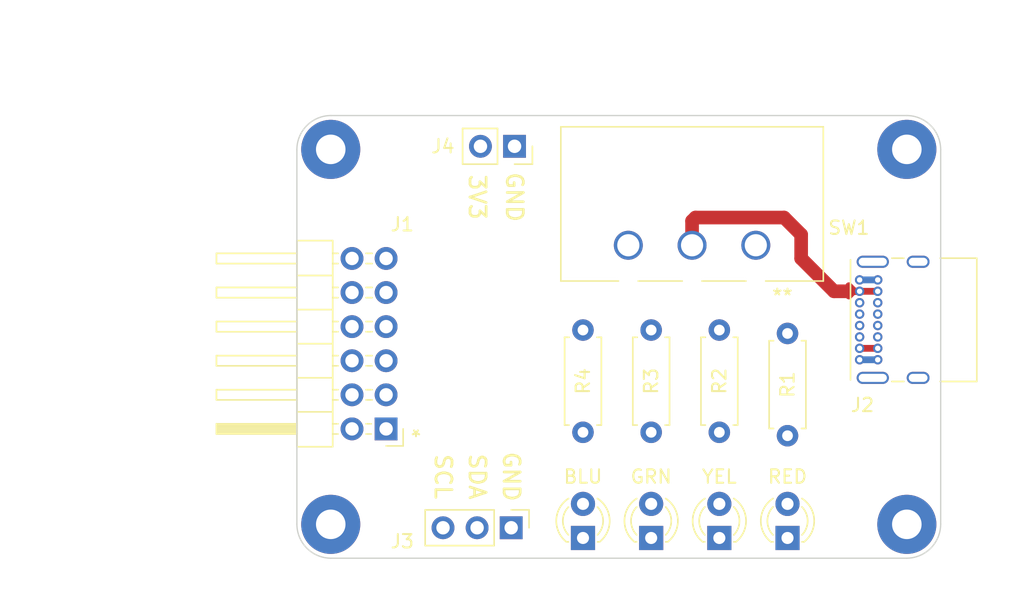
<source format=kicad_pcb>
(kicad_pcb (version 20211014) (generator pcbnew)
  (layers (0 "F.Cu" signal) (31 "B.Cu" signal) (34 "B.Paste" user) (35 "F.Paste" user) (36 "B.SilkS" user "B.Silkscreen") (37 "F.SilkS" user "F.Silkscreen") (38 "B.Mask" user) (39 "F.Mask" user) (44 "Edge.Cuts" user))
  (net 0 "")
  (net 1 "+5V")
  (net 2 "GND")
  (net 3 "LED_R")
  (net 4 "LED_Y")
  (net 5 "I2C_SDA")
  (net 6 "LED_G")
  (net 7 "+3V3")
  (net 16 "LED_B")
  (net 17 "Net-(D1-Pad2)")
  (net 18 "5V0_USB")
  (net 19 "Net-(D2-Pad2)")
  (net 20 "Net-(D3-Pad2)")
  (net 21 "Net-(D4-Pad2)")
  (net 22 "I2C_SCL")
  (net 23 "5V0_CHG")
  (net 24 "GND_CHG")
  (footprint "MountingHole:MountingHole_2.2mm_M2_Pad" (layer "F.Cu") (at 67.056 81.28)
    (fp_text reference "H1")
    (fp_text value "MountingHole")
    (pad "1" thru_hole circle (at 0 0) (size 4.4 4.4) (drill 2.2) (layers *.Cu *.Mask))
  )
  (footprint "Connector_PinSocket_2.54mm:PinSocket_1x02_P2.54mm_Vertical" (layer "F.Cu") (at 80.752 81.051 -90)
    (fp_text reference "J4" (at 0 5.334 180) (layer "F.SilkS"))
    (fp_text value "3V3 Power Connector")
    (fp_line (start -1.33 3.87) (end 1.33 3.87) (layer "F.SilkS") (width 0.12))
    (fp_line (start 1.33 1.27) (end 1.33 3.87) (layer "F.SilkS") (width 0.12))
    (fp_line (start -1.33 1.27) (end -1.33 3.87) (layer "F.SilkS") (width 0.12))
    (fp_line (start 0 -1.33) (end 1.33 -1.33) (layer "F.SilkS") (width 0.12))
    (fp_line (start 1.33 -1.33) (end 1.33 0) (layer "F.SilkS") (width 0.12))
    (fp_line (start -1.33 1.27) (end 1.33 1.27) (layer "F.SilkS") (width 0.12))
    (pad "1" thru_hole rect (at 0 0 270) (size 1.7 1.7) (drill 1) (layers *.Cu *.Mask) (net 2 "GND"))
    (pad "2" thru_hole oval (at 0 2.54 270) (size 1.7 1.7) (drill 1) (layers *.Cu *.Mask) (net 7 "+3V3"))
  )
  (footprint "Connector_USB:USB_C_Receptacle_GCT_USB4085" (layer "F.Cu") (at 106.465 96.955 90)
    (fp_text reference "J2" (at -3.375 0.215 180) (layer "F.SilkS"))
    (fp_text value "USB Power Input Connector")
    (fp_line (start 7.57 6) (end 7.57 8.73) (layer "F.SilkS") (width 0.12))
    (fp_line (start -1.5 -0.68) (end 7.45 -0.68) (layer "F.SilkS") (width 0.12))
    (fp_line (start -1.62 2.4) (end -1.62 3.3) (layer "F.SilkS") (width 0.12))
    (fp_line (start -1.62 6) (end -1.62 8.73) (layer "F.SilkS") (width 0.12))
    (fp_line (start 7.57 2.4) (end 7.57 3.3) (layer "F.SilkS") (width 0.12))
    (fp_line (start -1.62 8.73) (end 7.57 8.73) (layer "F.SilkS") (width 0.12))
    (pad "A1" thru_hole circle (at 0 0 90) (size 0.7 0.7) (drill 0.4) (layers *.Cu *.Mask) (net 2 "GND"))
    (pad "A4" thru_hole circle (at 0.85 0 90) (size 0.7 0.7) (drill 0.4) (layers *.Cu *.Mask) (net 1 "+5V"))
    (pad "A5" thru_hole circle (at 1.7 0 90) (size 0.7 0.7) (drill 0.4) (layers *.Cu *.Mask))
    (pad "A6" thru_hole circle (at 2.55 0 90) (size 0.7 0.7) (drill 0.4) (layers *.Cu *.Mask))
    (pad "A7" thru_hole circle (at 3.4 0 90) (size 0.7 0.7) (drill 0.4) (layers *.Cu *.Mask))
    (pad "A8" thru_hole circle (at 4.25 0 90) (size 0.7 0.7) (drill 0.4) (layers *.Cu *.Mask))
    (pad "A9" thru_hole circle (at 5.1 0 90) (size 0.7 0.7) (drill 0.4) (layers *.Cu *.Mask) (net 1 "+5V"))
    (pad "A12" thru_hole circle (at 5.95 0 90) (size 0.7 0.7) (drill 0.4) (layers *.Cu *.Mask) (net 2 "GND"))
    (pad "B1" thru_hole circle (at 5.95 1.35 90) (size 0.7 0.7) (drill 0.4) (layers *.Cu *.Mask) (net 2 "GND"))
    (pad "B4" thru_hole circle (at 5.1 1.35 90) (size 0.7 0.7) (drill 0.4) (layers *.Cu *.Mask) (net 1 "+5V"))
    (pad "B5" thru_hole circle (at 4.25 1.35 90) (size 0.7 0.7) (drill 0.4) (layers *.Cu *.Mask))
    (pad "B6" thru_hole circle (at 3.4 1.35 90) (size 0.7 0.7) (drill 0.4) (layers *.Cu *.Mask))
    (pad "B7" thru_hole circle (at 2.55 1.35 90) (size 0.7 0.7) (drill 0.4) (layers *.Cu *.Mask))
    (pad "B8" thru_hole circle (at 1.7 1.35 90) (size 0.7 0.7) (drill 0.4) (layers *.Cu *.Mask))
    (pad "B9" thru_hole circle (at 0.85 1.35 90) (size 0.7 0.7) (drill 0.4) (layers *.Cu *.Mask) (net 1 "+5V"))
    (pad "B12" thru_hole circle (at 0 1.35 90) (size 0.7 0.7) (drill 0.4) (layers *.Cu *.Mask) (net 2 "GND"))
    (pad "S1" thru_hole oval (at -1.35 4.36 90) (size 0.9 1.7) (drill oval 0.6 1.4) (layers *.Cu *.Mask) (net 2 "GND"))
    (pad "S1" thru_hole oval (at -1.35 0.98 90) (size 0.9 2.4) (drill oval 0.6 2.1) (layers *.Cu *.Mask) (net 2 "GND"))
    (pad "S1" thru_hole oval (at 7.3 4.36 90) (size 0.9 1.7) (drill oval 0.6 1.4) (layers *.Cu *.Mask) (net 2 "GND"))
    (pad "S1" thru_hole oval (at 7.3 0.98 90) (size 0.9 2.4) (drill oval 0.6 2.1) (layers *.Cu *.Mask) (net 2 "GND"))
  )
  (footprint "LED_THT:LED_D3.0mm" (layer "F.Cu") (at 96.012 110.236 90)
    (fp_text reference "D2")
    (fp_text value "YEL" (at 4.572 0) (layer "F.SilkS"))
    (fp_line (start -0.29 1.08) (end -0.29 1.236) (layer "F.SilkS") (width 0.12))
    (fp_line (start -0.29 -1.236) (end -0.29 -1.08) (layer "F.SilkS") (width 0.12))
    (fp_arc (start 2.942335 1.078608) (mid 1.366487 1.987659) (end -0.29 1.235516) (layer "F.SilkS") (width 0.12))
    (fp_arc (start 2.31113 1.079837) (mid 1.270117 1.5) (end 0.229039 1.08) (layer "F.SilkS") (width 0.12))
    (fp_arc (start 0.229039 -1.08) (mid 1.270117 -1.5) (end 2.31113 -1.079837) (layer "F.SilkS") (width 0.12))
    (fp_arc (start -0.29 -1.235516) (mid 1.366487 -1.987659) (end 2.942335 -1.078608) (layer "F.SilkS") (width 0.12))
    (pad "1" thru_hole rect (at 0 0 90) (size 1.8 1.8) (drill 0.9) (layers *.Cu *.Mask) (net 2 "GND"))
    (pad "2" thru_hole circle (at 2.54 0 90) (size 1.8 1.8) (drill 0.9) (layers *.Cu *.Mask) (net 19 "Net-(D2-Pad2)"))
  )
  (footprint "Connector_PinHeader_2.54mm:PinHeader_2x06_P2.54mm_Horizontal" (layer "F.Cu") (at 71.182 102.108 180)
    (fp_text reference "J1" (at -1.208 15.24) (layer "F.SilkS"))
    (fp_text value "Daughterboard Connector")
    (fp_line (start 1.11 0.38) (end 1.497071 0.38) (layer "F.SilkS") (width 0.12))
    (fp_line (start 3.582929 0.38) (end 3.98 0.38) (layer "F.SilkS") (width 0.12))
    (fp_line (start 3.582929 5.46) (end 3.98 5.46) (layer "F.SilkS") (width 0.12))
    (fp_line (start 3.98 14.03) (end 6.64 14.03) (layer "F.SilkS") (width 0.12))
    (fp_line (start 6.64 -0.08) (end 12.64 -0.08) (layer "F.SilkS") (width 0.12))
    (fp_line (start 6.64 0.16) (end 12.64 0.16) (layer "F.SilkS") (width 0.12))
    (fp_line (start 3.98 6.35) (end 6.64 6.35) (layer "F.SilkS") (width 0.12))
    (fp_line (start 1.042929 12.32) (end 1.497071 12.32) (layer "F.SilkS") (width 0.12))
    (fp_line (start 1.042929 10.54) (end 1.497071 10.54) (layer "F.SilkS") (width 0.12))
    (fp_line (start 12.64 2.92) (end 6.64 2.92) (layer "F.SilkS") (width 0.12))
    (fp_line (start 1.042929 5.46) (end 1.497071 5.46) (layer "F.SilkS") (width 0.12))
    (fp_line (start 3.582929 4.7) (end 3.98 4.7) (layer "F.SilkS") (width 0.12))
    (fp_line (start 1.042929 9.78) (end 1.497071 9.78) (layer "F.SilkS") (width 0.12))
    (fp_line (start 6.64 12.32) (end 12.64 12.32) (layer "F.SilkS") (width 0.12))
    (fp_line (start 6.64 7.24) (end 12.64 7.24) (layer "F.SilkS") (width 0.12))
    (fp_line (start 3.582929 12.32) (end 3.98 12.32) (layer "F.SilkS") (width 0.12))
    (fp_line (start 6.64 14.03) (end 6.64 -1.33) (layer "F.SilkS") (width 0.12))
    (fp_line (start -1.27 0) (end -1.27 -1.27) (layer "F.SilkS") (width 0.12))
    (fp_line (start 3.582929 13.08) (end 3.98 13.08) (layer "F.SilkS") (width 0.12))
    (fp_line (start 1.042929 4.7) (end 1.497071 4.7) (layer "F.SilkS") (width 0.12))
    (fp_line (start 12.64 2.16) (end 12.64 2.92) (layer "F.SilkS") (width 0.12))
    (fp_line (start 3.582929 8) (end 3.98 8) (layer "F.SilkS") (width 0.12))
    (fp_line (start 6.64 2.16) (end 12.64 2.16) (layer "F.SilkS") (width 0.12))
    (fp_line (start 1.042929 8) (end 1.497071 8) (layer "F.SilkS") (width 0.12))
    (fp_line (start 3.98 8.89) (end 6.64 8.89) (layer "F.SilkS") (width 0.12))
    (fp_line (start 6.64 -0.38) (end 12.64 -0.38) (layer "F.SilkS") (width 0.12))
    (fp_line (start 1.042929 2.92) (end 1.497071 2.92) (layer "F.SilkS") (width 0.12))
    (fp_line (start 3.98 3.81) (end 6.64 3.81) (layer "F.SilkS") (width 0.12))
    (fp_line (start 6.64 -1.33) (end 3.98 -1.33) (layer "F.SilkS") (width 0.12))
    (fp_line (start 3.98 -1.33) (end 3.98 14.03) (layer "F.SilkS") (width 0.12))
    (fp_line (start 6.64 4.7) (end 12.64 4.7) (layer "F.SilkS") (width 0.12))
    (fp_line (start 12.64 7.24) (end 12.64 8) (layer "F.SilkS") (width 0.12))
    (fp_line (start 3.582929 2.16) (end 3.98 2.16) (layer "F.SilkS") (width 0.12))
    (fp_line (start -1.27 -1.27) (end 0 -1.27) (layer "F.SilkS") (width 0.12))
    (fp_line (start 12.64 0.38) (end 6.64 0.38) (layer "F.SilkS") (width 0.12))
    (fp_line (start 3.98 11.43) (end 6.64 11.43) (layer "F.SilkS") (width 0.12))
    (fp_line (start 6.64 0.04) (end 12.64 0.04) (layer "F.SilkS") (width 0.12))
    (fp_line (start 12.64 8) (end 6.64 8) (layer "F.SilkS") (width 0.12))
    (fp_line (start 12.64 13.08) (end 6.64 13.08) (layer "F.SilkS") (width 0.12))
    (fp_line (start 3.582929 -0.38) (end 3.98 -0.38) (layer "F.SilkS") (width 0.12))
    (fp_line (start 3.582929 9.78) (end 3.98 9.78) (layer "F.SilkS") (width 0.12))
    (fp_line (start 1.042929 2.16) (end 1.497071 2.16) (layer "F.SilkS") (width 0.12))
    (fp_line (start 12.64 10.54) (end 6.64 10.54) (layer "F.SilkS") (width 0.12))
    (fp_line (start 12.64 4.7) (end 12.64 5.46) (layer "F.SilkS") (width 0.12))
    (fp_line (start 3.98 1.27) (end 6.64 1.27) (layer "F.SilkS") (width 0.12))
    (fp_line (start 12.64 -0.38) (end 12.64 0.38) (layer "F.SilkS") (width 0.12))
    (fp_line (start 3.582929 7.24) (end 3.98 7.24) (layer "F.SilkS") (width 0.12))
    (fp_line (start 6.64 0.28) (end 12.64 0.28) (layer "F.SilkS") (width 0.12))
    (fp_line (start 12.64 5.46) (end 6.64 5.46) (layer "F.SilkS") (width 0.12))
    (fp_line (start 1.042929 13.08) (end 1.497071 13.08) (layer "F.SilkS") (width 0.12))
    (fp_line (start 3.582929 10.54) (end 3.98 10.54) (layer "F.SilkS") (width 0.12))
    (fp_line (start 6.64 -0.2) (end 12.64 -0.2) (layer "F.SilkS") (width 0.12))
    (fp_line (start 1.11 -0.38) (end 1.497071 -0.38) (layer "F.SilkS") (width 0.12))
    (fp_line (start 12.64 12.32) (end 12.64 13.08) (layer "F.SilkS") (width 0.12))
    (fp_line (start 3.582929 2.92) (end 3.98 2.92) (layer "F.SilkS") (width 0.12))
    (fp_line (start 6.64 9.78) (end 12.64 9.78) (layer "F.SilkS") (width 0.12))
    (fp_line (start 12.64 9.78) (end 12.64 10.54) (layer "F.SilkS") (width 0.12))
    (fp_line (start 6.64 -0.32) (end 12.64 -0.32) (layer "F.SilkS") (width 0.12))
    (fp_line (start 1.042929 7.24) (end 1.497071 7.24) (layer "F.SilkS") (width 0.12))
    (pad "1" thru_hole rect (at 0 0 180) (size 1.7 1.7) (drill 1) (layers *.Cu *.Mask) (net 18 "5V0_USB"))
    (pad "2" thru_hole oval (at 2.54 0 180) (size 1.7 1.7) (drill 1) (layers *.Cu *.Mask) (net 7 "+3V3"))
    (pad "3" thru_hole oval (at 0 2.54 180) (size 1.7 1.7) (drill 1) (layers *.Cu *.Mask) (net 2 "GND"))
    (pad "4" thru_hole oval (at 2.54 2.54 180) (size 1.7 1.7) (drill 1) (layers *.Cu *.Mask) (net 2 "GND"))
    (pad "5" thru_hole oval (at 0 5.08 180) (size 1.7 1.7) (drill 1) (layers *.Cu *.Mask) (net 5 "I2C_SDA"))
    (pad "6" thru_hole oval (at 2.54 5.08 180) (size 1.7 1.7) (drill 1) (layers *.Cu *.Mask) (net 22 "I2C_SCL"))
    (pad "7" thru_hole oval (at 0 7.62 180) (size 1.7 1.7) (drill 1) (layers *.Cu *.Mask) (net 3 "LED_R"))
    (pad "8" thru_hole oval (at 2.54 7.62 180) (size 1.7 1.7) (drill 1) (layers *.Cu *.Mask) (net 4 "LED_Y"))
    (pad "9" thru_hole oval (at 0 10.16 180) (size 1.7 1.7) (drill 1) (layers *.Cu *.Mask) (net 6 "LED_G"))
    (pad "10" thru_hole oval (at 2.54 10.16 180) (size 1.7 1.7) (drill 1) (layers *.Cu *.Mask) (net 16 "LED_B"))
    (pad "11" thru_hole oval (at 0 12.7 180) (size 1.7 1.7) (drill 1) (layers *.Cu *.Mask) (net 23 "5V0_CHG"))
    (pad "12" thru_hole oval (at 2.54 12.7 180) (size 1.7 1.7) (drill 1) (layers *.Cu *.Mask) (net 24 "GND_CHG"))
  )
  (footprint "Resistor_THT:R_Axial_DIN0207_L6.3mm_D2.5mm_P7.62mm_Horizontal" (layer "F.Cu") (at 90.932 94.742 -90)
    (fp_text reference "R3" (at 3.81 0 90) (layer "F.SilkS"))
    (fp_text value "1k")
    (fp_line (start 0.54 -1.04) (end 0.54 -1.37) (layer "F.SilkS") (width 0.12))
    (fp_line (start 0.54 1.04) (end 0.54 1.37) (layer "F.SilkS") (width 0.12))
    (fp_line (start 7.08 -1.37) (end 7.08 -1.04) (layer "F.SilkS") (width 0.12))
    (fp_line (start 0.54 1.37) (end 7.08 1.37) (layer "F.SilkS") (width 0.12))
    (fp_line (start 0.54 -1.37) (end 7.08 -1.37) (layer "F.SilkS") (width 0.12))
    (fp_line (start 7.08 1.37) (end 7.08 1.04) (layer "F.SilkS") (width 0.12))
    (pad "1" thru_hole circle (at 0 0 270) (size 1.6 1.6) (drill 0.8) (layers *.Cu *.Mask) (net 6 "LED_G"))
    (pad "2" thru_hole oval (at 7.62 0 270) (size 1.6 1.6) (drill 0.8) (layers *.Cu *.Mask) (net 20 "Net-(D3-Pad2)"))
  )
  (footprint "LED_THT:LED_D3.0mm" (layer "F.Cu") (at 90.932 110.236 90)
    (fp_text reference "D3")
    (fp_text value "GRN" (at 4.572 0) (layer "F.SilkS"))
    (fp_line (start -0.29 1.08) (end -0.29 1.236) (layer "F.SilkS") (width 0.12))
    (fp_line (start -0.29 -1.236) (end -0.29 -1.08) (layer "F.SilkS") (width 0.12))
    (fp_arc (start 2.942335 1.078608) (mid 1.366487 1.987659) (end -0.29 1.235516) (layer "F.SilkS") (width 0.12))
    (fp_arc (start 2.31113 1.079837) (mid 1.270117 1.5) (end 0.229039 1.08) (layer "F.SilkS") (width 0.12))
    (fp_arc (start -0.29 -1.235516) (mid 1.366487 -1.987659) (end 2.942335 -1.078608) (layer "F.SilkS") (width 0.12))
    (fp_arc (start 0.229039 -1.08) (mid 1.270117 -1.5) (end 2.31113 -1.079837) (layer "F.SilkS") (width 0.12))
    (pad "1" thru_hole rect (at 0 0 90) (size 1.8 1.8) (drill 0.9) (layers *.Cu *.Mask) (net 2 "GND"))
    (pad "2" thru_hole circle (at 2.54 0 90) (size 1.8 1.8) (drill 0.9) (layers *.Cu *.Mask) (net 20 "Net-(D3-Pad2)"))
  )
  (footprint "footprints:L102021MS02Q" (layer "F.Cu") (at 98.730001 88.42425 180)
    (fp_text reference "SW1" (at -6.933999 1.30225) (layer "F.SilkS"))
    (fp_text value "Power Input Control")
    (fp_text user "*" (at -1.599999 -3.77775) (layer "F.SilkS"))
    (fp_text user "*" (at -2.361999 -3.77775) (layer "F.SilkS"))
    (fp_line (start 8.765985 -2.6665) (end 5.484017 -2.6665) (layer "F.SilkS") (width 0.12))
    (fp_line (start -5.028999 -2.6665) (end -5.028999 8.827) (layer "F.SilkS") (width 0.12))
    (fp_line (start 4.015985 -2.6665) (end 0.734016 -2.6665) (layer "F.SilkS") (width 0.12))
    (fp_line (start 14.529001 -2.6665) (end 10.234017 -2.6665) (layer "F.SilkS") (width 0.12))
    (fp_line (start -0.734016 -2.6665) (end -5.028999 -2.6665) (layer "F.SilkS") (width 0.12))
    (fp_line (start 14.529001 8.827) (end 14.529001 -2.6665) (layer "F.SilkS") (width 0.12))
    (fp_line (start -5.028999 8.827) (end 14.529001 8.827) (layer "F.SilkS") (width 0.12))
    (pad "1" thru_hole circle locked (at 0 0 180) (size 2.159 2.159) (drill 1.651) (layers *.Cu *.Mask) (net 18 "5V0_USB"))
    (pad "2" thru_hole circle locked (at 4.750001 0 180) (size 2.159 2.159) (drill 1.651) (layers *.Cu *.Mask) (net 1 "+5V"))
    (pad "3" thru_hole circle locked (at 9.500001 0 180) (size 2.159 2.159) (drill 1.651) (layers *.Cu *.Mask) (net 23 "5V0_CHG"))
  )
  (footprint "MountingHole:MountingHole_2.2mm_M2_Pad" (layer "F.Cu") (at 67.056 109.22)
    (fp_text reference "H4")
    (fp_text value "MountingHole")
    (pad "1" thru_hole circle (at 0 0) (size 4.4 4.4) (drill 2.2) (layers *.Cu *.Mask))
  )
  (footprint "MountingHole:MountingHole_2.2mm_M2_Pad" (layer "F.Cu") (at 109.982 81.28)
    (fp_text reference "H2")
    (fp_text value "MountingHole")
    (pad "1" thru_hole circle (at 0 0) (size 4.4 4.4) (drill 2.2) (layers *.Cu *.Mask))
  )
  (footprint "MountingHole:MountingHole_2.2mm_M2_Pad" (layer "F.Cu") (at 109.982 109.22)
    (fp_text reference "H3")
    (fp_text value "MountingHole")
    (pad "1" thru_hole circle (at 0 0) (size 4.4 4.4) (drill 2.2) (layers *.Cu *.Mask))
  )
  (footprint "LED_THT:LED_D3.0mm" (layer "F.Cu") (at 101.092 110.236 90)
    (fp_text reference "D1")
    (fp_text value "RED" (at 4.572 0) (layer "F.SilkS"))
    (fp_line (start -0.29 1.08) (end -0.29 1.236) (layer "F.SilkS") (width 0.12))
    (fp_line (start -0.29 -1.236) (end -0.29 -1.08) (layer "F.SilkS") (width 0.12))
    (fp_arc (start 2.942335 1.078608) (mid 1.366487 1.987659) (end -0.29 1.235516) (layer "F.SilkS") (width 0.12))
    (fp_arc (start 2.31113 1.079837) (mid 1.270117 1.5) (end 0.229039 1.08) (layer "F.SilkS") (width 0.12))
    (fp_arc (start -0.29 -1.235516) (mid 1.366487 -1.987659) (end 2.942335 -1.078608) (layer "F.SilkS") (width 0.12))
    (fp_arc (start 0.229039 -1.08) (mid 1.270117 -1.5) (end 2.31113 -1.079837) (layer "F.SilkS") (width 0.12))
    (pad "1" thru_hole rect (at 0 0 90) (size 1.8 1.8) (drill 0.9) (layers *.Cu *.Mask) (net 2 "GND"))
    (pad "2" thru_hole circle (at 2.54 0 90) (size 1.8 1.8) (drill 0.9) (layers *.Cu *.Mask) (net 17 "Net-(D1-Pad2)"))
  )
  (footprint "Connector_PinHeader_2.54mm:PinHeader_1x03_P2.54mm_Vertical" (layer "F.Cu") (at 80.503 109.474 -90)
    (fp_text reference "J3" (at 1.016 8.113) (layer "F.SilkS"))
    (fp_text value "Data Connector")
    (fp_line (start -1.33 -1.33) (end 0 -1.33) (layer "F.SilkS") (width 0.12))
    (fp_line (start -1.33 1.27) (end 1.33 1.27) (layer "F.SilkS") (width 0.12))
    (fp_line (start 1.33 1.27) (end 1.33 6.41) (layer "F.SilkS") (width 0.12))
    (fp_line (start -1.33 6.41) (end 1.33 6.41) (layer "F.SilkS") (width 0.12))
    (fp_line (start -1.33 1.27) (end -1.33 6.41) (layer "F.SilkS") (width 0.12))
    (fp_line (start -1.33 0) (end -1.33 -1.33) (layer "F.SilkS") (width 0.12))
    (pad "1" thru_hole rect (at 0 0 270) (size 1.7 1.7) (drill 1) (layers *.Cu *.Mask) (net 2 "GND"))
    (pad "2" thru_hole oval (at 0 2.54 270) (size 1.7 1.7) (drill 1) (layers *.Cu *.Mask) (net 5 "I2C_SDA"))
    (pad "3" thru_hole oval (at 0 5.08 270) (size 1.7 1.7) (drill 1) (layers *.Cu *.Mask) (net 22 "I2C_SCL"))
  )
  (footprint "Resistor_THT:R_Axial_DIN0207_L6.3mm_D2.5mm_P7.62mm_Horizontal" (layer "F.Cu") (at 85.852 94.742 -90)
    (fp_text reference "R4" (at 3.81 0 90) (layer "F.SilkS"))
    (fp_text value "1k")
    (fp_line (start 7.08 -1.37) (end 7.08 -1.04) (layer "F.SilkS") (width 0.12))
    (fp_line (start 7.08 1.37) (end 7.08 1.04) (layer "F.SilkS") (width 0.12))
    (fp_line (start 0.54 1.04) (end 0.54 1.37) (layer "F.SilkS") (width 0.12))
    (fp_line (start 0.54 -1.04) (end 0.54 -1.37) (layer "F.SilkS") (width 0.12))
    (fp_line (start 0.54 1.37) (end 7.08 1.37) (layer "F.SilkS") (width 0.12))
    (fp_line (start 0.54 -1.37) (end 7.08 -1.37) (layer "F.SilkS") (width 0.12))
    (pad "1" thru_hole circle (at 0 0 270) (size 1.6 1.6) (drill 0.8) (layers *.Cu *.Mask) (net 16 "LED_B"))
    (pad "2" thru_hole oval (at 7.62 0 270) (size 1.6 1.6) (drill 0.8) (layers *.Cu *.Mask) (net 21 "Net-(D4-Pad2)"))
  )
  (footprint "Resistor_THT:R_Axial_DIN0207_L6.3mm_D2.5mm_P7.62mm_Horizontal" (layer "F.Cu") (at 101.092 94.996 -90)
    (fp_text reference "R1" (at 3.81 0 90) (layer "F.SilkS"))
    (fp_text value "1k")
    (fp_line (start 0.54 -1.37) (end 7.08 -1.37) (layer "F.SilkS") (width 0.12))
    (fp_line (start 0.54 1.04) (end 0.54 1.37) (layer "F.SilkS") (width 0.12))
    (fp_line (start 0.54 1.37) (end 7.08 1.37) (layer "F.SilkS") (width 0.12))
    (fp_line (start 0.54 -1.04) (end 0.54 -1.37) (layer "F.SilkS") (width 0.12))
    (fp_line (start 7.08 -1.37) (end 7.08 -1.04) (layer "F.SilkS") (width 0.12))
    (fp_line (start 7.08 1.37) (end 7.08 1.04) (layer "F.SilkS") (width 0.12))
    (pad "1" thru_hole circle (at 0 0 270) (size 1.6 1.6) (drill 0.8) (layers *.Cu *.Mask) (net 3 "LED_R"))
    (pad "2" thru_hole oval (at 7.62 0 270) (size 1.6 1.6) (drill 0.8) (layers *.Cu *.Mask) (net 17 "Net-(D1-Pad2)"))
  )
  (footprint "Resistor_THT:R_Axial_DIN0207_L6.3mm_D2.5mm_P7.62mm_Horizontal" (layer "F.Cu") (at 96.012 94.742 -90)
    (fp_text reference "R2" (at 3.81 0 90) (layer "F.SilkS"))
    (fp_text value "1k")
    (fp_line (start 0.54 -1.37) (end 7.08 -1.37) (layer "F.SilkS") (width 0.12))
    (fp_line (start 7.08 1.37) (end 7.08 1.04) (layer "F.SilkS") (width 0.12))
    (fp_line (start 0.54 -1.04) (end 0.54 -1.37) (layer "F.SilkS") (width 0.12))
    (fp_line (start 0.54 1.04) (end 0.54 1.37) (layer "F.SilkS") (width 0.12))
    (fp_line (start 7.08 -1.37) (end 7.08 -1.04) (layer "F.SilkS") (width 0.12))
    (fp_line (start 0.54 1.37) (end 7.08 1.37) (layer "F.SilkS") (width 0.12))
    (pad "1" thru_hole circle (at 0 0 270) (size 1.6 1.6) (drill 0.8) (layers *.Cu *.Mask) (net 4 "LED_Y"))
    (pad "2" thru_hole oval (at 7.62 0 270) (size 1.6 1.6) (drill 0.8) (layers *.Cu *.Mask) (net 19 "Net-(D2-Pad2)"))
  )
  (footprint "LED_THT:LED_D3.0mm" (layer "F.Cu") (at 85.852 110.236 90)
    (fp_text reference "D4")
    (fp_text value "BLU" (at 4.572 0) (layer "F.SilkS"))
    (fp_line (start -0.29 -1.236) (end -0.29 -1.08) (layer "F.SilkS") (width 0.12))
    (fp_line (start -0.29 1.08) (end -0.29 1.236) (layer "F.SilkS") (width 0.12))
    (fp_arc (start -0.29 -1.235516) (mid 1.366487 -1.987659) (end 2.942335 -1.078608) (layer "F.SilkS") (width 0.12))
    (fp_arc (start 0.229039 -1.08) (mid 1.270117 -1.5) (end 2.31113 -1.079837) (layer "F.SilkS") (width 0.12))
    (fp_arc (start 2.31113 1.079837) (mid 1.270117 1.5) (end 0.229039 1.08) (layer "F.SilkS") (width 0.12))
    (fp_arc (start 2.942335 1.078608) (mid 1.366487 1.987659) (end -0.29 1.235516) (layer "F.SilkS") (width 0.12))
    (pad "1" thru_hole rect (at 0 0 90) (size 1.8 1.8) (drill 0.9) (layers *.Cu *.Mask) (net 2 "GND"))
    (pad "2" thru_hole circle (at 2.54 0 90) (size 1.8 1.8) (drill 0.9) (layers *.Cu *.Mask) (net 21 "Net-(D4-Pad2)"))
  )
  (gr_line (start 67.074051 78.758051) (end 109.963949 78.758051) (layer "Edge.Cuts") (width 0.1))
  (gr_arc (start 109.963949 78.758051) (mid 111.76 79.502) (end 112.503949 81.298051) (layer "Edge.Cuts") (width 0.1))
  (gr_line (start 67.074051 111.741949) (end 109.963949 111.741949) (layer "Edge.Cuts") (width 0.1))
  (gr_arc (start 67.074051 111.741949) (mid 65.278 110.998) (end 64.534051 109.201949) (layer "Edge.Cuts") (width 0.1))
  (gr_line (start 112.503949 81.298051) (end 112.503949 109.201949) (layer "Edge.Cuts") (width 0.1))
  (gr_arc (start 112.503949 109.201949) (mid 111.76 110.998) (end 109.963949 111.741949) (layer "Edge.Cuts") (width 0.1))
  (gr_line (start 64.534051 81.298051) (end 64.534051 109.201949) (layer "Edge.Cuts") (width 0.1))
  (gr_arc (start 64.534051 81.298051) (mid 65.278 79.502) (end 67.074051 78.758051) (layer "Edge.Cuts") (width 0.1))
  (gr_text "3V3" (at 77.978 84.836 270) (layer "F.SilkS") (effects (font (size 1.2 1.2) (thickness 0.2))))
  (gr_text "SCL" (at 75.438 105.664 270) (layer "F.SilkS") (effects (font (size 1.2 1.2) (thickness 0.2))))
  (gr_text "GND" (at 80.752 84.836 270) (layer "F.SilkS") (effects (font (size 1.2 1.2) (thickness 0.2))))
  (gr_text "GND" (at 80.518 105.664 270) (layer "F.SilkS") (effects (font (size 1.2 1.2) (thickness 0.2))))
  (gr_text "SDA" (at 77.978 105.664 270) (layer "F.SilkS") (effects (font (size 1.2 1.2) (thickness 0.2))))
  (gr_text "*" (at 73.406 102.108 180) (layer "F.SilkS") (effects (font (size 1 1))))
  (segment (start 102.108 87.63) (end 102.108 89.408) (width 1.016) (layer "F.Cu") (net 1))
  (segment (start 107.815 91.855) (end 106.465 91.855) (width 0.508) (layer "F.Cu") (net 1))
  (segment (start 106.465 91.855) (end 106.079 91.855) (width 0.508) (layer "F.Cu") (net 1))
  (segment (start 93.98 86.614) (end 94.234 86.36) (width 1.016) (layer "F.Cu") (net 1))
  (segment (start 94.234 86.36) (end 100.838 86.36) (width 1.016) (layer "F.Cu") (net 1))
  (segment (start 104.555 91.855) (end 105.571 91.855) (width 1.016) (layer "F.Cu") (net 1))
  (segment (start 106.011 91.855) (end 105.664 92.202) (width 0.508) (layer "F.Cu") (net 1))
  (segment (start 93.98 88.42425) (end 93.98 86.614) (width 1.016) (layer "F.Cu") (net 1))
  (segment (start 106.079 91.855) (end 105.664 91.44) (width 0.508) (layer "F.Cu") (net 1))
  (segment (start 106.465 91.855) (end 105.757 91.855) (width 0.508) (layer "F.Cu") (net 1))
  (segment (start 100.838 86.36) (end 102.108 87.63) (width 1.016) (layer "F.Cu") (net 1))
  (segment (start 106.465 91.855) (end 106.011 91.855) (width 0.508) (layer "F.Cu") (net 1))
  (segment (start 106.465 91.855) (end 105.571 91.855) (width 0.508) (layer "F.Cu") (net 1))
  (segment (start 102.108 89.408) (end 104.555 91.855) (width 1.016) (layer "F.Cu") (net 1))
  (segment (start 107.815 96.105) (end 106.465 96.105) (width 0.508) (layer "F.Cu") (net 1))
  (segment (start 107.815 91.005) (end 106.465 91.005) (width 0.508) (layer "B.Cu") (net 2))
  (segment (start 107.815 96.955) (end 106.465 96.955) (width 0.508) (layer "B.Cu") (net 2))
)
</source>
